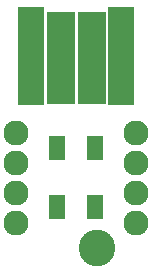
<source format=gbr>
G04 #@! TF.FileFunction,Soldermask,Top*
%FSLAX46Y46*%
G04 Gerber Fmt 4.6, Leading zero omitted, Abs format (unit mm)*
G04 Created by KiCad (PCBNEW 4.0.2-stable) date Thu Jun 16 22:02:21 2016*
%MOMM*%
G01*
G04 APERTURE LIST*
%ADD10C,0.100000*%
%ADD11C,2.127200*%
%ADD12O,2.127200X2.127200*%
%ADD13R,2.300000X8.400000*%
%ADD14R,2.400000X7.900000*%
%ADD15R,1.400000X2.000000*%
%ADD16C,3.100000*%
G04 APERTURE END LIST*
D10*
D11*
X166370000Y-106426000D03*
D12*
X166370000Y-103886000D03*
X166370000Y-101346000D03*
X166370000Y-98806000D03*
D13*
X157480000Y-92276000D03*
X165100000Y-92276000D03*
D14*
X162590000Y-92526000D03*
X159990000Y-92526000D03*
D15*
X159690000Y-105116000D03*
X162890000Y-105116000D03*
X159690000Y-100116000D03*
X162890000Y-100116000D03*
D11*
X156210000Y-106426000D03*
D12*
X156210000Y-103886000D03*
X156210000Y-101346000D03*
X156210000Y-98806000D03*
D16*
X163068000Y-108585000D03*
M02*

</source>
